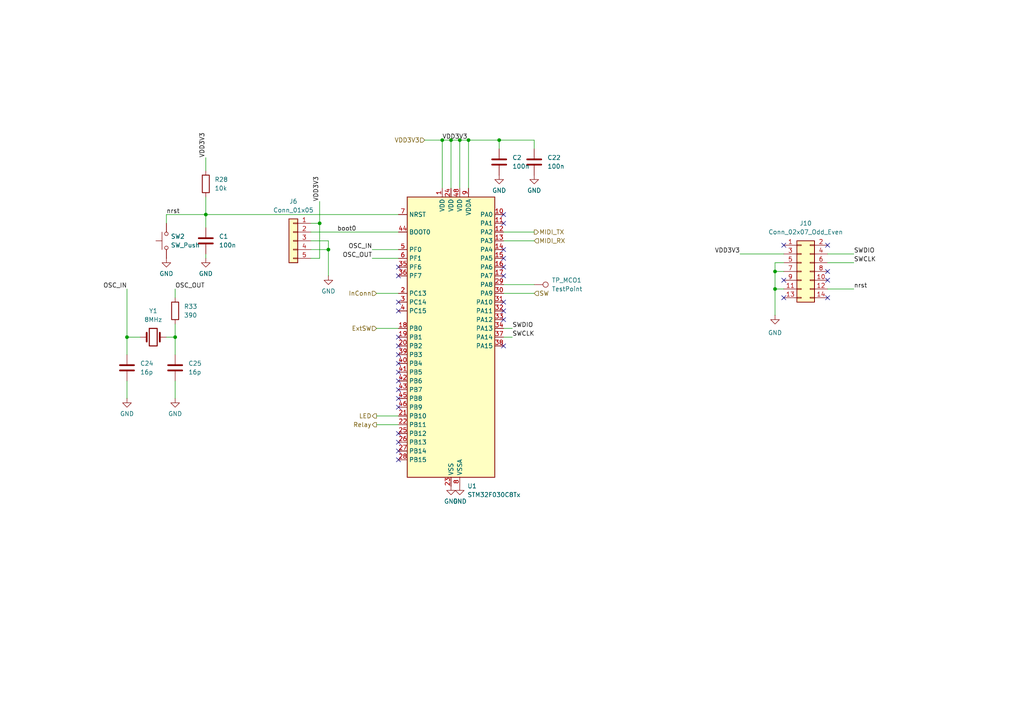
<source format=kicad_sch>
(kicad_sch (version 20231120) (generator "eeschema") (generator_version "8.0")
  (paper "A4")
  (lib_symbols
    (symbol "Connector:TestPoint" (pin_numbers hide) (pin_names (offset 0.762) hide)
      (property "Reference" "TP" (at 0 6.858 0))
      (property "Value" "TestPoint" (at 0 5.08 0))
      (symbol "TestPoint_0_1"
        (circle (center 0 3.302) (radius 0.762))
      )
      (symbol "TestPoint_1_1"
        (pin passive line (at 0 0 90) (length 2.54) (name "1") (number "1"))
      )
    )
    (symbol "Connector_Generic:Conn_01x05" (pin_names (offset 1.016) hide)
      (property "Reference" "J" (at 0 7.62 0))
      (property "Value" "Conn_01x05" (at 0 -7.62 0))
      (symbol "Conn_01x05_1_1"
        (rectangle (start -1.27 -4.953) (end 0 -5.207) (stroke (width 0.1524)))
        (rectangle (start -1.27 -2.413) (end 0 -2.667) (stroke (width 0.1524)))
        (rectangle (start -1.27 0.127) (end 0 -0.127) (stroke (width 0.1524)))
        (rectangle (start -1.27 2.667) (end 0 2.413) (stroke (width 0.1524)))
        (rectangle (start -1.27 5.207) (end 0 4.953) (stroke (width 0.1524)))
        (rectangle (start -1.27 6.35) (end 1.27 -6.35) (stroke (width 0.254)) (fill (type background)))
        (pin passive line (at -5.08 5.08 0) (length 3.81) (name "Pin_1") (number "1"))
        (pin passive line (at -5.08 2.54 0) (length 3.81) (name "Pin_2") (number "2"))
        (pin passive line (at -5.08 0 0) (length 3.81) (name "Pin_3") (number "3"))
        (pin passive line (at -5.08 -2.54 0) (length 3.81) (name "Pin_4") (number "4"))
        (pin passive line (at -5.08 -5.08 0) (length 3.81) (name "Pin_5") (number "5"))
      )
    )
    (symbol "Connector_Generic:Conn_02x07_Odd_Even" (pin_names (offset 1.016) hide)
      (property "Reference" "J" (at 1.27 10.16 0))
      (property "Value" "Conn_02x07_Odd_Even" (at 1.27 -10.16 0))
      (symbol "Conn_02x07_Odd_Even_1_1"
        (rectangle (start -1.27 -7.493) (end 0 -7.747) (stroke (width 0.1524)))
        (rectangle (start -1.27 -4.953) (end 0 -5.207) (stroke (width 0.1524)))
        (rectangle (start -1.27 -2.413) (end 0 -2.667) (stroke (width 0.1524)))
        (rectangle (start -1.27 0.127) (end 0 -0.127) (stroke (width 0.1524)))
        (rectangle (start -1.27 2.667) (end 0 2.413) (stroke (width 0.1524)))
        (rectangle (start -1.27 5.207) (end 0 4.953) (stroke (width 0.1524)))
        (rectangle (start -1.27 7.747) (end 0 7.493) (stroke (width 0.1524)))
        (rectangle (start -1.27 8.89) (end 3.81 -8.89) (stroke (width 0.254)) (fill (type background)))
        (rectangle (start 3.81 -7.493) (end 2.54 -7.747) (stroke (width 0.1524)))
        (rectangle (start 3.81 -4.953) (end 2.54 -5.207) (stroke (width 0.1524)))
        (rectangle (start 3.81 -2.413) (end 2.54 -2.667) (stroke (width 0.1524)))
        (rectangle (start 3.81 0.127) (end 2.54 -0.127) (stroke (width 0.1524)))
        (rectangle (start 3.81 2.667) (end 2.54 2.413) (stroke (width 0.1524)))
        (rectangle (start 3.81 5.207) (end 2.54 4.953) (stroke (width 0.1524)))
        (rectangle (start 3.81 7.747) (end 2.54 7.493) (stroke (width 0.1524)))
        (pin passive line (at -5.08 7.62 0) (length 3.81) (name "Pin_1") (number "1"))
        (pin passive line (at 7.62 -2.54 180) (length 3.81) (name "Pin_10") (number "10"))
        (pin passive line (at -5.08 -5.08 0) (length 3.81) (name "Pin_11") (number "11"))
        (pin passive line (at 7.62 -5.08 180) (length 3.81) (name "Pin_12") (number "12"))
        (pin passive line (at -5.08 -7.62 0) (length 3.81) (name "Pin_13") (number "13"))
        (pin passive line (at 7.62 -7.62 180) (length 3.81) (name "Pin_14") (number "14"))
        (pin passive line (at 7.62 7.62 180) (length 3.81) (name "Pin_2") (number "2"))
        (pin passive line (at -5.08 5.08 0) (length 3.81) (name "Pin_3") (number "3"))
        (pin passive line (at 7.62 5.08 180) (length 3.81) (name "Pin_4") (number "4"))
        (pin passive line (at -5.08 2.54 0) (length 3.81) (name "Pin_5") (number "5"))
        (pin passive line (at 7.62 2.54 180) (length 3.81) (name "Pin_6") (number "6"))
        (pin passive line (at -5.08 0 0) (length 3.81) (name "Pin_7") (number "7"))
        (pin passive line (at 7.62 0 180) (length 3.81) (name "Pin_8") (number "8"))
        (pin passive line (at -5.08 -2.54 0) (length 3.81) (name "Pin_9") (number "9"))
      )
    )
    (symbol "Device:C" (pin_numbers hide) (pin_names (offset 0.254))
      (property "Reference" "C" (at 0.635 2.54 0))
      (property "Value" "C" (at 0.635 -2.54 0))
      (symbol "C_0_1"
        (polyline (pts (xy -2.032 -0.762) (xy 2.032 -0.762)) (stroke (width 0.508)))
        (polyline (pts (xy -2.032 0.762) (xy 2.032 0.762)) (stroke (width 0.508)))
      )
      (symbol "C_1_1"
        (pin passive line (at 0 3.81 270) (length 2.794) (name "~") (number "1"))
        (pin passive line (at 0 -3.81 90) (length 2.794) (name "~") (number "2"))
      )
    )
    (symbol "Device:Crystal" (pin_numbers hide) (pin_names (offset 1.016) hide)
      (property "Reference" "Y" (at 0 3.81 0))
      (property "Value" "Crystal" (at 0 -3.81 0))
      (symbol "Crystal_0_1"
        (rectangle (start -1.143 2.54) (end 1.143 -2.54) (stroke (width 0.3048)))
        (polyline (pts (xy -2.54 0) (xy -1.905 0)))
        (polyline (pts (xy -1.905 -1.27) (xy -1.905 1.27)) (stroke (width 0.508)))
        (polyline (pts (xy 1.905 -1.27) (xy 1.905 1.27)) (stroke (width 0.508)))
        (polyline (pts (xy 2.54 0) (xy 1.905 0)))
      )
      (symbol "Crystal_1_1"
        (pin passive line (at -3.81 0 0) (length 1.27) (name "1") (number "1"))
        (pin passive line (at 3.81 0 180) (length 1.27) (name "2") (number "2"))
      )
    )
    (symbol "Device:R" (pin_numbers hide) (pin_names (offset 0))
      (property "Reference" "R" (at 2.032 0 90))
      (property "Value" "R" (at 0 0 90))
      (symbol "R_0_1"
        (rectangle (start -1.016 -2.54) (end 1.016 2.54) (stroke (width 0.254)))
      )
      (symbol "R_1_1"
        (pin passive line (at 0 3.81 270) (length 1.27) (name "~") (number "1"))
        (pin passive line (at 0 -3.81 90) (length 1.27) (name "~") (number "2"))
      )
    )
    (symbol "MCU_ST_STM32F0:STM32F030C8Tx"
      (property "Reference" "U" (at -12.7 41.91 0))
      (property "Value" "STM32F030C8Tx" (at 7.62 41.91 0))
      (symbol "STM32F030C8Tx_0_1"
        (rectangle (start -12.7 -40.64) (end 12.7 40.64) (stroke (width 0.254)) (fill (type background)))
      )
      (symbol "STM32F030C8Tx_1_1"
        (pin power_in line (at -2.54 43.18 270) (length 2.54) (name "VDD") (number "1"))
        (pin bidirectional line (at 15.24 35.56 180) (length 2.54) (name "PA0") (number "10"))
        (pin bidirectional line (at 15.24 33.02 180) (length 2.54) (name "PA1") (number "11"))
        (pin bidirectional line (at 15.24 30.48 180) (length 2.54) (name "PA2") (number "12"))
        (pin bidirectional line (at 15.24 27.94 180) (length 2.54) (name "PA3") (number "13"))
        (pin bidirectional line (at 15.24 25.4 180) (length 2.54) (name "PA4") (number "14"))
        (pin bidirectional line (at 15.24 22.86 180) (length 2.54) (name "PA5") (number "15"))
        (pin bidirectional line (at 15.24 20.32 180) (length 2.54) (name "PA6") (number "16"))
        (pin bidirectional line (at 15.24 17.78 180) (length 2.54) (name "PA7") (number "17"))
        (pin bidirectional line (at -15.24 2.54 0) (length 2.54) (name "PB0") (number "18"))
        (pin bidirectional line (at -15.24 0 0) (length 2.54) (name "PB1") (number "19"))
        (pin bidirectional line (at -15.24 12.7 0) (length 2.54) (name "PC13") (number "2"))
        (pin bidirectional line (at -15.24 -2.54 0) (length 2.54) (name "PB2") (number "20"))
        (pin bidirectional line (at -15.24 -22.86 0) (length 2.54) (name "PB10") (number "21"))
        (pin bidirectional line (at -15.24 -25.4 0) (length 2.54) (name "PB11") (number "22"))
        (pin power_in line (at 0 -43.18 90) (length 2.54) (name "VSS") (number "23"))
        (pin power_in line (at 0 43.18 270) (length 2.54) (name "VDD") (number "24"))
        (pin bidirectional line (at -15.24 -27.94 0) (length 2.54) (name "PB12") (number "25"))
        (pin bidirectional line (at -15.24 -30.48 0) (length 2.54) (name "PB13") (number "26"))
        (pin bidirectional line (at -15.24 -33.02 0) (length 2.54) (name "PB14") (number "27"))
        (pin bidirectional line (at -15.24 -35.56 0) (length 2.54) (name "PB15") (number "28"))
        (pin bidirectional line (at 15.24 15.24 180) (length 2.54) (name "PA8") (number "29"))
        (pin bidirectional line (at -15.24 10.16 0) (length 2.54) (name "PC14") (number "3"))
        (pin bidirectional line (at 15.24 12.7 180) (length 2.54) (name "PA9") (number "30"))
        (pin bidirectional line (at 15.24 10.16 180) (length 2.54) (name "PA10") (number "31"))
        (pin bidirectional line (at 15.24 7.62 180) (length 2.54) (name "PA11") (number "32"))
        (pin bidirectional line (at 15.24 5.08 180) (length 2.54) (name "PA12") (number "33"))
        (pin bidirectional line (at 15.24 2.54 180) (length 2.54) (name "PA13") (number "34"))
        (pin bidirectional line (at -15.24 20.32 0) (length 2.54) (name "PF6") (number "35"))
        (pin bidirectional line (at -15.24 17.78 0) (length 2.54) (name "PF7") (number "36"))
        (pin bidirectional line (at 15.24 0 180) (length 2.54) (name "PA14") (number "37"))
        (pin bidirectional line (at 15.24 -2.54 180) (length 2.54) (name "PA15") (number "38"))
        (pin bidirectional line (at -15.24 -5.08 0) (length 2.54) (name "PB3") (number "39"))
        (pin bidirectional line (at -15.24 7.62 0) (length 2.54) (name "PC15") (number "4"))
        (pin bidirectional line (at -15.24 -7.62 0) (length 2.54) (name "PB4") (number "40"))
        (pin bidirectional line (at -15.24 -10.16 0) (length 2.54) (name "PB5") (number "41"))
        (pin bidirectional line (at -15.24 -12.7 0) (length 2.54) (name "PB6") (number "42"))
        (pin bidirectional line (at -15.24 -15.24 0) (length 2.54) (name "PB7") (number "43"))
        (pin input line (at -15.24 30.48 0) (length 2.54) (name "BOOT0") (number "44"))
        (pin bidirectional line (at -15.24 -17.78 0) (length 2.54) (name "PB8") (number "45"))
        (pin bidirectional line (at -15.24 -20.32 0) (length 2.54) (name "PB9") (number "46"))
        (pin passive line (at 0 -43.18 90) (length 2.54) hide (name "VSS") (number "47"))
        (pin power_in line (at 2.54 43.18 270) (length 2.54) (name "VDD") (number "48"))
        (pin bidirectional line (at -15.24 25.4 0) (length 2.54) (name "PF0") (number "5"))
        (pin bidirectional line (at -15.24 22.86 0) (length 2.54) (name "PF1") (number "6"))
        (pin input line (at -15.24 35.56 0) (length 2.54) (name "NRST") (number "7"))
        (pin power_in line (at 2.54 -43.18 90) (length 2.54) (name "VSSA") (number "8"))
        (pin power_in line (at 5.08 43.18 270) (length 2.54) (name "VDDA") (number "9"))
      )
    )
    (symbol "Switch:SW_Push" (pin_numbers hide) (pin_names (offset 1.016) hide)
      (property "Reference" "SW" (at 1.27 2.54 0))
      (property "Value" "SW_Push" (at 0 -1.524 0))
      (symbol "SW_Push_0_1"
        (circle (center -2.032 0) (radius 0.508))
        (polyline (pts (xy 0 1.27) (xy 0 3.048)))
        (polyline (pts (xy 2.54 1.27) (xy -2.54 1.27)))
        (circle (center 2.032 0) (radius 0.508))
        (pin passive line (at -5.08 0 0) (length 2.54) (name "1") (number "1"))
        (pin passive line (at 5.08 0 180) (length 2.54) (name "2") (number "2"))
      )
    )
    (symbol "power:GND" (power) (pin_numbers hide) (pin_names (offset 0) hide)
      (property "Value" "GND" (at 0 -3.81 0))
      (symbol "GND_0_1"
        (polyline (pts (xy 0 0) (xy 0 -1.27) (xy 1.27 -1.27) (xy 0 -2.54) (xy -1.27 -1.27) (xy 0 -1.27)))
      )
      (symbol "GND_1_1"
        (pin power_in line (at 0 0 270) (length 0) (name "~") (number "1"))
      )
    )
  )
  (junction (at 224.79 83.82))
  (junction (at 224.79 78.74))
  (junction (at 59.69 62.23))
  (junction (at 36.83 97.79))
  (junction (at 92.71 64.77))
  (junction (at 95.25 72.39))
  (junction (at 144.78 40.64))
  (junction (at 128.27 40.64))
  (junction (at 50.8 97.79))
  (junction (at 135.89 40.64))
  (junction (at 133.35 40.64))
  (junction (at 130.81 40.64))
  (no_connect (at 115.57 107.95))
  (no_connect (at 115.57 133.35))
  (no_connect (at 146.05 72.39))
  (no_connect (at 115.57 105.41))
  (no_connect (at 115.57 113.03))
  (no_connect (at 146.05 64.77))
  (no_connect (at 115.57 87.63))
  (no_connect (at 115.57 97.79))
  (no_connect (at 227.33 71.12))
  (no_connect (at 240.03 81.28))
  (no_connect (at 115.57 90.17))
  (no_connect (at 146.05 87.63))
  (no_connect (at 146.05 74.93))
  (no_connect (at 146.05 62.23))
  (no_connect (at 146.05 100.33))
  (no_connect (at 115.57 110.49))
  (no_connect (at 115.57 130.81))
  (no_connect (at 146.05 92.71))
  (no_connect (at 115.57 80.01))
  (no_connect (at 115.57 118.11))
  (no_connect (at 227.33 86.36))
  (no_connect (at 240.03 78.74))
  (no_connect (at 227.33 81.28))
  (no_connect (at 146.05 90.17))
  (no_connect (at 115.57 115.57))
  (no_connect (at 146.05 77.47))
  (no_connect (at 146.05 80.01))
  (no_connect (at 115.57 100.33))
  (no_connect (at 115.57 128.27))
  (no_connect (at 240.03 71.12))
  (no_connect (at 240.03 86.36))
  (no_connect (at 115.57 77.47))
  (no_connect (at 115.57 125.73))
  (no_connect (at 115.57 102.87))
  (wire (pts (xy 90.17 72.39) (xy 95.25 72.39)))
  (wire (pts (xy 148.59 95.25) (xy 146.05 95.25)))
  (wire (pts (xy 224.79 76.2) (xy 224.79 78.74)))
  (wire (pts (xy 109.22 120.65) (xy 115.57 120.65)))
  (wire (pts (xy 36.83 97.79) (xy 40.64 97.79)))
  (wire (pts (xy 36.83 110.49) (xy 36.83 115.57)))
  (wire (pts (xy 59.69 62.23) (xy 59.69 66.04)))
  (wire (pts (xy 135.89 40.64) (xy 135.89 54.61)))
  (wire (pts (xy 90.17 69.85) (xy 95.25 69.85)))
  (wire (pts (xy 214.63 73.66) (xy 227.33 73.66)))
  (wire (pts (xy 50.8 86.36) (xy 50.8 83.82)))
  (wire (pts (xy 48.26 97.79) (xy 50.8 97.79)))
  (wire (pts (xy 247.65 73.66) (xy 240.03 73.66)))
  (wire (pts (xy 144.78 40.64) (xy 144.78 43.18)))
  (wire (pts (xy 109.22 95.25) (xy 115.57 95.25)))
  (wire (pts (xy 92.71 58.42) (xy 92.71 64.77)))
  (wire (pts (xy 95.25 72.39) (xy 95.25 80.01)))
  (wire (pts (xy 224.79 78.74) (xy 224.79 83.82)))
  (wire (pts (xy 59.69 57.15) (xy 59.69 62.23)))
  (wire (pts (xy 90.17 67.31) (xy 115.57 67.31)))
  (wire (pts (xy 109.22 85.09) (xy 115.57 85.09)))
  (wire (pts (xy 59.69 62.23) (xy 115.57 62.23)))
  (wire (pts (xy 107.95 74.93) (xy 115.57 74.93)))
  (wire (pts (xy 146.05 82.55) (xy 154.94 82.55)))
  (wire (pts (xy 146.05 67.31) (xy 154.94 67.31)))
  (wire (pts (xy 90.17 64.77) (xy 92.71 64.77)))
  (wire (pts (xy 135.89 40.64) (xy 144.78 40.64)))
  (wire (pts (xy 148.59 97.79) (xy 146.05 97.79)))
  (wire (pts (xy 95.25 69.85) (xy 95.25 72.39)))
  (wire (pts (xy 224.79 83.82) (xy 224.79 91.44)))
  (wire (pts (xy 59.69 74.93) (xy 59.69 73.66)))
  (wire (pts (xy 128.27 40.64) (xy 130.81 40.64)))
  (wire (pts (xy 154.94 40.64) (xy 144.78 40.64)))
  (wire (pts (xy 128.27 54.61) (xy 128.27 40.64)))
  (wire (pts (xy 130.81 40.64) (xy 130.81 54.61)))
  (wire (pts (xy 247.65 76.2) (xy 240.03 76.2)))
  (wire (pts (xy 50.8 93.98) (xy 50.8 97.79)))
  (wire (pts (xy 109.22 123.19) (xy 115.57 123.19)))
  (wire (pts (xy 50.8 97.79) (xy 50.8 102.87)))
  (wire (pts (xy 227.33 76.2) (xy 224.79 76.2)))
  (wire (pts (xy 50.8 110.49) (xy 50.8 115.57)))
  (wire (pts (xy 48.26 62.23) (xy 59.69 62.23)))
  (wire (pts (xy 133.35 40.64) (xy 133.35 54.61)))
  (wire (pts (xy 90.17 74.93) (xy 92.71 74.93)))
  (wire (pts (xy 133.35 40.64) (xy 135.89 40.64)))
  (wire (pts (xy 130.81 40.64) (xy 133.35 40.64)))
  (wire (pts (xy 146.05 85.09) (xy 154.94 85.09)))
  (wire (pts (xy 59.69 45.72) (xy 59.69 49.53)))
  (wire (pts (xy 224.79 83.82) (xy 227.33 83.82)))
  (wire (pts (xy 146.05 69.85) (xy 154.94 69.85)))
  (wire (pts (xy 92.71 64.77) (xy 92.71 74.93)))
  (wire (pts (xy 123.19 40.64) (xy 128.27 40.64)))
  (wire (pts (xy 154.94 40.64) (xy 154.94 43.18)))
  (wire (pts (xy 224.79 78.74) (xy 227.33 78.74)))
  (wire (pts (xy 107.95 72.39) (xy 115.57 72.39)))
  (wire (pts (xy 36.83 102.87) (xy 36.83 97.79)))
  (wire (pts (xy 247.65 83.82) (xy 240.03 83.82)))
  (wire (pts (xy 36.83 83.82) (xy 36.83 97.79)))
  (wire (pts (xy 48.26 62.23) (xy 48.26 64.77)))
  (label "VDD3V3" (at 214.63 73.66 180))
  (label "nrst" (at 247.65 83.82 0))
  (label "SWDIO" (at 148.59 95.25 0))
  (label "nrst" (at 48.26 62.23 0))
  (label "SWCLK" (at 247.65 76.2 0))
  (label "VDD3V3" (at 92.71 58.42 90))
  (label "VDD3V3" (at 59.69 45.72 90))
  (label "OSC_IN" (at 36.83 83.82 180))
  (label "OSC_OUT" (at 50.8 83.82 0))
  (label "OSC_IN" (at 107.95 72.39 180))
  (label "VDD3V3" (at 128.27 40.64 0))
  (label "SWDIO" (at 247.65 73.66 0))
  (label "SWCLK" (at 148.59 97.79 0))
  (label "OSC_OUT" (at 107.95 74.93 180))
  (label "boot0" (at 97.79 67.31 0))
  (hierarchical_label "LED" (shape output) (at 109.22 120.65 180))
  (hierarchical_label "SW" (shape input) (at 154.94 85.09 0))
  (hierarchical_label "MIDI_TX" (shape output) (at 154.94 67.31 0))
  (hierarchical_label "InConn" (shape input) (at 109.22 85.09 180))
  (hierarchical_label "Relay" (shape output) (at 109.22 123.19 180))
  (hierarchical_label "MIDI_RX" (shape input) (at 154.94 69.85 0))
  (hierarchical_label "ExtSW" (shape input) (at 109.22 95.25 180))
  (hierarchical_label "VDD3V3" (shape input) (at 123.19 40.64 180))
  (symbol (lib_id "power:GND") (at 59.69 74.93 0) (unit 1)
    (property "Reference" "#PWR032" (effects (hide yes)))
    (property "Value" "GND" (at 59.69 79.375 0))
    (property "Description" "Power symbol creates a global label with name \"GND\" , ground" (effects (hide yes)))
  )
  (symbol (lib_id "Switch:SW_Push") (at 48.26 69.85 90) (unit 1)
    (property "Reference" "SW2" (at 49.53 68.5799 90) (effects (justify right)))
    (property "Value" "SW_Push" (at 49.53 71.1199 90) (effects (justify right)))
    (property "Footprint" "Button_Switch_SMD:SW_SPST_Omron_B3FS-100xP" (effects (hide yes)))
    (property "Description" "Push button switch, generic, two pins" (effects (hide yes)))
  )
  (symbol (lib_id "Device:C") (at 59.69 69.85 0) (unit 1)
    (property "Reference" "C1" (at 63.5 68.5799 0) (effects (justify left)))
    (property "Value" "100n" (at 63.5 71.1199 0) (effects (justify left)))
    (property "Footprint" "Capacitor_SMD:C_1206_3216Metric_Pad1.33x1.80mm_HandSolder" (effects (hide yes)))
    (property "Description" "Unpolarized capacitor" (effects (hide yes)))
  )
  (symbol (lib_id "Device:C") (at 144.78 46.99 0) (unit 1)
    (property "Reference" "C2" (at 148.59 45.7199 0) (effects (justify left)))
    (property "Value" "100n" (at 148.59 48.2599 0) (effects (justify left)))
    (property "Footprint" "Capacitor_SMD:C_1206_3216Metric_Pad1.33x1.80mm_HandSolder" (effects (hide yes)))
    (property "Description" "Unpolarized capacitor" (effects (hide yes)))
  )
  (symbol (lib_id "power:GND") (at 36.83 115.57 0) (unit 1)
    (property "Reference" "#PWR033" (effects (hide yes)))
    (property "Value" "GND" (at 36.83 120.015 0))
    (property "Description" "Power symbol creates a global label with name \"GND\" , ground" (effects (hide yes)))
  )
  (symbol (lib_id "MCU_ST_STM32F0:STM32F030C8Tx") (at 130.81 97.79 0) (unit 1)
    (property "Reference" "U1" (at 135.5441 140.97 0) (effects (justify left)))
    (property "Value" "STM32F030C8Tx" (at 135.5441 143.51 0) (effects (justify left)))
    (property "Footprint" "Package_QFP:LQFP-48_7x7mm_P0.5mm" (effects (hide yes)))
    (property "Datasheet" "https://www.st.com/resource/en/datasheet/stm32f030c8.pdf" (effects (hide yes)))
    (property "Description" "STMicroelectronics Arm Cortex-M0 MCU, 64KB flash, 8KB RAM, 48 MHz, 2.4-3.6V, 39 GPIO, LQFP48" (effects (hide yes)))
  )
  (symbol (lib_id "power:GND") (at 154.94 50.8 0) (unit 1)
    (property "Reference" "#PWR029" (effects (hide yes)))
    (property "Value" "GND" (at 154.94 55.245 0))
    (property "Description" "Power symbol creates a global label with name \"GND\" , ground" (effects (hide yes)))
  )
  (symbol (lib_id "Device:R") (at 59.69 53.34 0) (unit 1)
    (property "Reference" "R28" (at 62.23 52.0699 0) (effects (justify left)))
    (property "Value" "10k" (at 62.23 54.6099 0) (effects (justify left)))
    (property "Footprint" "Resistor_SMD:R_0805_2012Metric_Pad1.20x1.40mm_HandSolder" (effects (hide yes)))
    (property "Description" "Resistor" (effects (hide yes)))
  )
  (symbol (lib_id "Device:R") (at 50.8 90.17 0) (unit 1)
    (property "Reference" "R33" (at 53.34 88.8999 0) (effects (justify left)))
    (property "Value" "390" (at 53.34 91.4399 0) (effects (justify left)))
    (property "Footprint" "Resistor_SMD:R_0805_2012Metric_Pad1.20x1.40mm_HandSolder" (effects (hide yes)))
    (property "Description" "Resistor" (effects (hide yes)))
  )
  (symbol (lib_id "power:GND") (at 50.8 115.57 0) (unit 1)
    (property "Reference" "#PWR034" (effects (hide yes)))
    (property "Value" "GND" (at 50.8 120.015 0))
    (property "Description" "Power symbol creates a global label with name \"GND\" , ground" (effects (hide yes)))
  )
  (symbol (lib_id "Device:Crystal") (at 44.45 97.79 0) (unit 1)
    (property "Reference" "Y1" (at 44.45 90.17 0))
    (property "Value" "8MHz" (at 44.45 92.71 0))
    (property "Footprint" "Crystal:Crystal_SMD_HC49-SD" (effects (hide yes)))
    (property "Description" "Two pin crystal" (effects (hide yes)))
  )
  (symbol (lib_id "Device:C") (at 154.94 46.99 0) (unit 1)
    (property "Reference" "C22" (at 158.75 45.7199 0) (effects (justify left)))
    (property "Value" "100n" (at 158.75 48.2599 0) (effects (justify left)))
    (property "Footprint" "Capacitor_SMD:C_1206_3216Metric_Pad1.33x1.80mm_HandSolder" (effects (hide yes)))
    (property "Description" "Unpolarized capacitor" (effects (hide yes)))
  )
  (symbol (lib_id "power:GND") (at 144.78 50.8 0) (unit 1)
    (property "Reference" "#PWR013" (effects (hide yes)))
    (property "Value" "GND" (at 144.78 55.245 0))
    (property "Description" "Power symbol creates a global label with name \"GND\" , ground" (effects (hide yes)))
  )
  (symbol (lib_id "power:GND") (at 224.79 91.44 0) (unit 1)
    (property "Reference" "#PWR041" (effects (hide yes)))
    (property "Value" "GND" (at 224.79 96.52 0))
    (property "Description" "Power symbol creates a global label with name \"GND\" , ground" (effects (hide yes)))
  )
  (symbol (lib_id "Connector_Generic:Conn_02x07_Odd_Even") (at 232.41 78.74 0) (unit 1)
    (property "Reference" "J10" (at 233.68 64.77 0))
    (property "Value" "Conn_02x07_Odd_Even" (at 233.68 67.31 0))
    (property "Footprint" "Components:FTSH-107-XX-YYY-DV-K-A" (effects (hide yes)))
    (property "Description" "Generic connector, double row, 02x07, odd/even pin numbering scheme (row 1 odd numbers, row 2 even numbers), script generated (kicad-library-utils/schlib/autogen/connector/)" (effects (hide yes)))
  )
  (symbol (lib_id "power:GND") (at 48.26 74.93 0) (unit 1)
    (property "Reference" "#PWR031" (effects (hide yes)))
    (property "Value" "GND" (at 48.26 79.375 0))
    (property "Description" "Power symbol creates a global label with name \"GND\" , ground" (effects (hide yes)))
  )
  (symbol (lib_id "power:GND") (at 130.81 140.97 0) (unit 1)
    (property "Reference" "#PWR01" (effects (hide yes)))
    (property "Value" "GND" (at 130.81 145.415 0))
    (property "Description" "Power symbol creates a global label with name \"GND\" , ground" (effects (hide yes)))
  )
  (symbol (lib_id "Device:C") (at 36.83 106.68 0) (unit 1)
    (property "Reference" "C24" (at 40.64 105.4099 0) (effects (justify left)))
    (property "Value" "16p" (at 40.64 107.9499 0) (effects (justify left)))
    (property "Footprint" "Capacitor_SMD:C_1206_3216Metric_Pad1.33x1.80mm_HandSolder" (effects (hide yes)))
    (property "Description" "Unpolarized capacitor" (effects (hide yes)))
  )
  (symbol (lib_id "power:GND") (at 133.35 140.97 0) (unit 1)
    (property "Reference" "#PWR012" (effects (hide yes)))
    (property "Value" "GND" (at 133.35 145.415 0))
    (property "Description" "Power symbol creates a global label with name \"GND\" , ground" (effects (hide yes)))
  )
  (symbol (lib_id "Device:C") (at 50.8 106.68 0) (unit 1)
    (property "Reference" "C25" (at 54.61 105.4099 0) (effects (justify left)))
    (property "Value" "16p" (at 54.61 107.9499 0) (effects (justify left)))
    (property "Footprint" "Capacitor_SMD:C_1206_3216Metric_Pad1.33x1.80mm_HandSolder" (effects (hide yes)))
    (property "Description" "Unpolarized capacitor" (effects (hide yes)))
  )
  (symbol (lib_id "power:GND") (at 95.25 80.01 0) (unit 1)
    (property "Reference" "#PWR035" (effects (hide yes)))
    (property "Value" "GND" (at 95.25 84.455 0))
    (property "Description" "Power symbol creates a global label with name \"GND\" , ground" (effects (hide yes)))
  )
  (symbol (lib_id "Connector:TestPoint") (at 154.94 82.55 270) (unit 1)
    (property "Reference" "TP_MCO1" (at 160.02 81.2799 90) (effects (justify left)))
    (property "Value" "TestPoint" (at 160.02 83.8199 90) (effects (justify left)))
    (property "Footprint" "TestPoint:TestPoint_Pad_D2.0mm" (effects (hide yes)))
    (property "Description" "test point" (effects (hide yes)))
  )
  (symbol (lib_id "Connector_Generic:Conn_01x05") (at 85.09 69.85 0) (mirror y) (unit 1)
    (property "Reference" "J6" (at 85.09 58.42 0))
    (property "Value" "Conn_01x05" (at 85.09 60.96 0))
    (property "Footprint" "Connector_PinHeader_2.54mm:PinHeader_1x05_P2.54mm_Vertical" (effects (hide yes)))
    (property "Description" "Generic connector, single row, 01x05, script generated (kicad-library-utils/schlib/autogen/connector/)" (effects (hide yes)))
  )
)
</source>
